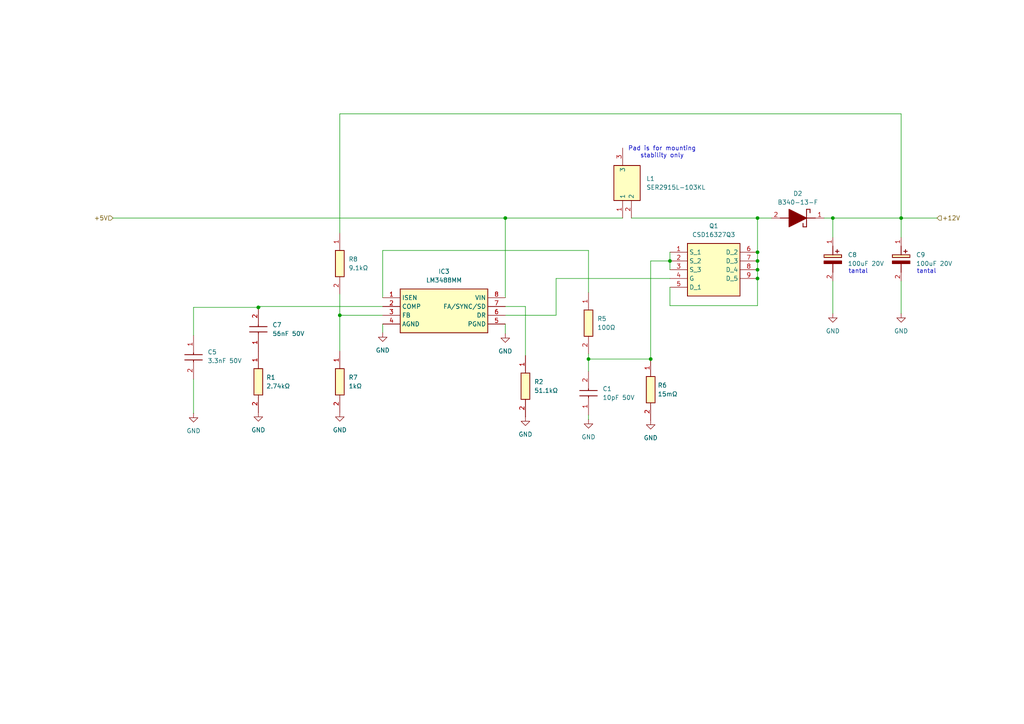
<source format=kicad_sch>
(kicad_sch (version 20231120) (generator "eeschema") (generator_version "8.0")
  (paper "A4")
  (lib_symbols
    (symbol "SamacSys_Parts:293D107X9020D2TE3" (pin_names hide)
      (property "Reference" "C" (at 8.89 6.35 0))
      (property "Value" "293D107X9020D2TE3" (at 8.89 3.81 0))
      (symbol "293D107X9020D2TE3_1_1"
        (polyline (pts (xy 2.54 0) (xy 5.08 0)) (stroke (width 0.254)))
        (polyline (pts (xy 4.064 1.778) (xy 4.064 0.762)) (stroke (width 0.254)))
        (polyline (pts (xy 4.572 1.27) (xy 3.556 1.27)) (stroke (width 0.254)))
        (polyline (pts (xy 7.62 0) (xy 10.16 0)) (stroke (width 0.254)))
        (polyline (pts (xy 7.62 2.54) (xy 7.62 -2.54) (xy 6.858 -2.54) (xy 6.858 2.54) (xy 7.62 2.54)) (stroke (width 0.254)) (fill (type outline)))
        (rectangle (start 5.08 2.54) (end 5.842 -2.54) (stroke (width 0.254)) (fill (type background)))
        (pin passive line (at 0 0 0) (length 2.54) (name "+") (number "1"))
        (pin passive line (at 12.7 0 180) (length 2.54) (name "-") (number "2"))
      )
    )
    (symbol "SamacSys_Parts:B340-13-F" (pin_names hide)
      (property "Reference" "D" (at 12.7 8.89 0))
      (property "Value" "B340-13-F" (at 12.7 6.35 0))
      (symbol "B340-13-F_1_1"
        (polyline (pts (xy 5.08 0) (xy 7.62 0)) (stroke (width 0.254)))
        (polyline (pts (xy 6.604 -1.524) (xy 6.604 -2.54)) (stroke (width 0.254)))
        (polyline (pts (xy 7.62 -2.54) (xy 6.604 -2.54)) (stroke (width 0.254)))
        (polyline (pts (xy 7.62 2.54) (xy 7.62 -2.54)) (stroke (width 0.254)))
        (polyline (pts (xy 7.62 2.54) (xy 8.636 2.54)) (stroke (width 0.254)))
        (polyline (pts (xy 8.636 1.524) (xy 8.636 2.54)) (stroke (width 0.254)))
        (polyline (pts (xy 12.7 0) (xy 15.24 0)) (stroke (width 0.254)))
        (polyline (pts (xy 7.62 0) (xy 12.7 2.54) (xy 12.7 -2.54) (xy 7.62 0)) (stroke (width 0.254)) (fill (type outline)))
        (pin passive line (at 2.54 0 0) (length 2.54) (name "K") (number "1"))
        (pin passive line (at 17.78 0 180) (length 2.54) (name "A") (number "2"))
      )
    )
    (symbol "SamacSys_Parts:C0805C332K5RACTU" (pin_names hide)
      (property "Reference" "C" (at 8.89 6.35 0))
      (property "Value" "C0805C332K5RACTU" (at 8.89 3.81 0))
      (symbol "C0805C332K5RACTU_1_1"
        (polyline (pts (xy 5.08 0) (xy 5.588 0)) (stroke (width 0.254)))
        (polyline (pts (xy 5.588 2.54) (xy 5.588 -2.54)) (stroke (width 0.254)))
        (polyline (pts (xy 7.112 0) (xy 7.62 0)) (stroke (width 0.254)))
        (polyline (pts (xy 7.112 2.54) (xy 7.112 -2.54)) (stroke (width 0.254)))
        (pin passive line (at 0 0 0) (length 5.08) (name "1") (number "1"))
        (pin passive line (at 12.7 0 180) (length 5.08) (name "2") (number "2"))
      )
    )
    (symbol "SamacSys_Parts:CRCW04022K74FKED" (pin_names hide)
      (property "Reference" "R" (at 13.97 6.35 0))
      (property "Value" "CRCW04022K74FKED" (at 13.97 3.81 0))
      (symbol "CRCW04022K74FKED_1_1"
        (rectangle (start 5.08 1.27) (end 12.7 -1.27) (stroke (width 0.254)) (fill (type background)))
        (pin passive line (at 0 0 0) (length 5.08) (name "1") (number "1"))
        (pin passive line (at 17.78 0 180) (length 5.08) (name "2") (number "2"))
      )
    )
    (symbol "SamacSys_Parts:CSD16327Q3"
      (property "Reference" "Q" (at 21.59 7.62 0))
      (property "Value" "CSD16327Q3" (at 21.59 5.08 0))
      (symbol "CSD16327Q3_1_1"
        (rectangle (start 5.08 2.54) (end 20.32 -12.7) (stroke (width 0.254)) (fill (type background)))
        (pin passive line (at 0 0 0) (length 5.08) (name "S_1") (number "1"))
        (pin passive line (at 0 -2.54 0) (length 5.08) (name "S_2") (number "2"))
        (pin passive line (at 0 -5.08 0) (length 5.08) (name "S_3") (number "3"))
        (pin passive line (at 0 -7.62 0) (length 5.08) (name "G") (number "4"))
        (pin passive line (at 0 -10.16 0) (length 5.08) (name "D_1") (number "5"))
        (pin passive line (at 25.4 0 180) (length 5.08) (name "D_2") (number "6"))
        (pin passive line (at 25.4 -2.54 180) (length 5.08) (name "D_3") (number "7"))
        (pin passive line (at 25.4 -5.08 180) (length 5.08) (name "D_4") (number "8"))
        (pin passive line (at 25.4 -7.62 180) (length 5.08) (name "D_5") (number "9"))
      )
    )
    (symbol "SamacSys_Parts:CSR1206FK15L0" (pin_names hide)
      (property "Reference" "R" (at 13.97 6.35 0))
      (property "Value" "CSR1206FK15L0" (at 13.97 3.81 0))
      (symbol "CSR1206FK15L0_1_1"
        (rectangle (start 5.08 1.27) (end 12.7 -1.27) (stroke (width 0.254)) (fill (type background)))
        (pin passive line (at 0 0 0) (length 5.08) (name "1") (number "1"))
        (pin passive line (at 17.78 0 180) (length 5.08) (name "2") (number "2"))
      )
    )
    (symbol "SamacSys_Parts:GRM033R71E101KA01J" (pin_names hide)
      (property "Reference" "C" (at 8.89 6.35 0))
      (property "Value" "GRM033R71E101KA01J" (at 8.89 3.81 0))
      (symbol "GRM033R71E101KA01J_1_1"
        (polyline (pts (xy 5.08 0) (xy 5.588 0)) (stroke (width 0.254)))
        (polyline (pts (xy 5.588 2.54) (xy 5.588 -2.54)) (stroke (width 0.254)))
        (polyline (pts (xy 7.112 0) (xy 7.62 0)) (stroke (width 0.254)))
        (polyline (pts (xy 7.112 2.54) (xy 7.112 -2.54)) (stroke (width 0.254)))
        (pin passive line (at 0 0 0) (length 5.08) (name "1") (number "1"))
        (pin passive line (at 12.7 0 180) (length 5.08) (name "2") (number "2"))
      )
    )
    (symbol "SamacSys_Parts:LM3488MM"
      (property "Reference" "IC" (at 31.75 7.62 0))
      (property "Value" "LM3488MM" (at 31.75 5.08 0))
      (symbol "LM3488MM_1_1"
        (rectangle (start 5.08 2.54) (end 30.48 -10.16) (stroke (width 0.254)) (fill (type background)))
        (pin passive line (at 0 0 0) (length 5.08) (name "ISEN") (number "1"))
        (pin passive line (at 0 -2.54 0) (length 5.08) (name "COMP") (number "2"))
        (pin passive line (at 0 -5.08 0) (length 5.08) (name "FB") (number "3"))
        (pin passive line (at 0 -7.62 0) (length 5.08) (name "AGND") (number "4"))
        (pin passive line (at 35.56 -7.62 180) (length 5.08) (name "PGND") (number "5"))
        (pin passive line (at 35.56 -5.08 180) (length 5.08) (name "DR") (number "6"))
        (pin passive line (at 35.56 -2.54 180) (length 5.08) (name "FA/SYNC/SD") (number "7"))
        (pin passive line (at 35.56 0 180) (length 5.08) (name "VIN") (number "8"))
      )
    )
    (symbol "SamacSys_Parts:SER2915L-103KL"
      (property "Reference" "L" (at 16.51 7.62 0))
      (property "Value" "SER2915L-103KL" (at 16.51 5.08 0))
      (symbol "SER2915L-103KL_1_1"
        (rectangle (start 5.08 2.54) (end 15.24 -5.08) (stroke (width 0.254)) (fill (type background)))
        (pin passive line (at 0 0 0) (length 5.08) (name "1") (number "1"))
        (pin passive line (at 0 -2.54 0) (length 5.08) (name "2") (number "2"))
        (pin passive line (at 20.32 0 180) (length 5.08) (name "3") (number "3"))
      )
    )
    (symbol "power:GND" (power) (pin_numbers hide) (pin_names (offset 0) hide)
      (property "Value" "GND" (at 0 -3.81 0))
      (symbol "GND_0_1"
        (polyline (pts (xy 0 0) (xy 0 -1.27) (xy 1.27 -1.27) (xy 0 -2.54) (xy -1.27 -1.27) (xy 0 -1.27)))
      )
      (symbol "GND_1_1"
        (pin power_in line (at 0 0 270) (length 0) (name "~") (number "1"))
      )
    )
  )
  (junction (at 219.71 78.232))
  (junction (at 194.31 75.692))
  (junction (at 261.366 63.246))
  (junction (at 98.552 91.44))
  (junction (at 219.71 63.246))
  (junction (at 219.71 80.772))
  (junction (at 146.558 63.246))
  (junction (at 219.71 75.692))
  (junction (at 74.93 89.154))
  (junction (at 219.71 73.152))
  (junction (at 241.554 63.246))
  (junction (at 188.722 104.14))
  (junction (at 170.688 104.14))
  (wire (pts (xy 180.594 63.246) (xy 146.558 63.246)))
  (wire (pts (xy 241.554 81.534) (xy 241.554 90.932)))
  (wire (pts (xy 261.366 68.834) (xy 261.366 63.246)))
  (wire (pts (xy 223.774 63.246) (xy 219.71 63.246)))
  (wire (pts (xy 170.688 104.14) (xy 188.722 104.14)))
  (wire (pts (xy 194.31 75.692) (xy 194.31 78.232)))
  (wire (pts (xy 261.366 81.534) (xy 261.366 90.932)))
  (wire (pts (xy 98.552 85.344) (xy 98.552 91.44)))
  (wire (pts (xy 75.438 89.154) (xy 75.438 88.9)))
  (wire (pts (xy 152.4 88.9) (xy 152.4 103.124)))
  (wire (pts (xy 75.184 88.9) (xy 74.93 88.9)))
  (wire (pts (xy 170.688 72.644) (xy 110.998 72.644)))
  (wire (pts (xy 170.688 104.14) (xy 170.688 102.616)))
  (wire (pts (xy 219.71 78.232) (xy 219.71 80.772)))
  (wire (pts (xy 194.31 73.152) (xy 194.31 75.692)))
  (wire (pts (xy 161.29 80.772) (xy 161.29 91.44)))
  (wire (pts (xy 110.998 91.44) (xy 98.552 91.44)))
  (wire (pts (xy 183.134 63.246) (xy 219.71 63.246)))
  (wire (pts (xy 110.998 93.98) (xy 110.998 96.52)))
  (wire (pts (xy 194.31 75.692) (xy 188.722 75.692)))
  (wire (pts (xy 56.134 89.154) (xy 56.134 97.282)))
  (wire (pts (xy 241.554 63.246) (xy 261.366 63.246)))
  (wire (pts (xy 219.71 73.152) (xy 219.71 75.692)))
  (wire (pts (xy 170.688 84.836) (xy 170.688 72.644)))
  (wire (pts (xy 146.558 91.44) (xy 161.29 91.44)))
  (wire (pts (xy 152.4 88.9) (xy 146.558 88.9)))
  (wire (pts (xy 146.558 63.246) (xy 146.558 86.36)))
  (wire (pts (xy 188.722 75.692) (xy 188.722 104.14)))
  (wire (pts (xy 98.552 33.02) (xy 98.552 67.564)))
  (wire (pts (xy 110.998 72.644) (xy 110.998 86.36)))
  (wire (pts (xy 194.31 88.646) (xy 219.71 88.646)))
  (wire (pts (xy 170.688 107.696) (xy 170.688 104.14)))
  (wire (pts (xy 241.554 68.834) (xy 241.554 63.246)))
  (wire (pts (xy 170.688 120.396) (xy 170.688 121.666)))
  (wire (pts (xy 261.366 63.246) (xy 271.78 63.246)))
  (wire (pts (xy 98.552 91.44) (xy 98.552 101.854)))
  (wire (pts (xy 75.184 88.9) (xy 75.184 89.154)))
  (wire (pts (xy 194.31 80.772) (xy 161.29 80.772)))
  (wire (pts (xy 146.558 93.98) (xy 146.558 96.774)))
  (wire (pts (xy 75.438 88.9) (xy 110.998 88.9)))
  (wire (pts (xy 75.184 89.154) (xy 75.438 89.154)))
  (wire (pts (xy 239.014 63.246) (xy 241.554 63.246)))
  (wire (pts (xy 56.134 109.982) (xy 56.134 119.888)))
  (wire (pts (xy 98.552 33.02) (xy 261.366 33.02)))
  (wire (pts (xy 219.71 88.646) (xy 219.71 80.772)))
  (wire (pts (xy 56.134 89.154) (xy 74.93 89.154)))
  (wire (pts (xy 32.766 63.246) (xy 146.558 63.246)))
  (wire (pts (xy 219.71 75.692) (xy 219.71 78.232)))
  (wire (pts (xy 261.366 33.02) (xy 261.366 63.246)))
  (wire (pts (xy 194.31 83.312) (xy 194.31 88.646)))
  (wire (pts (xy 219.71 63.246) (xy 219.71 73.152)))
  (wire (pts (xy 194.31 75.692) (xy 194.564 75.692)))
  (wire (pts (xy 74.93 88.9) (xy 74.93 89.154)))
  (text "tantal\n" (at 268.732 78.74 0) (effects (font (size 1.27 1.27))))
  (text "tantal\n" (at 248.92 78.74 0) (effects (font (size 1.27 1.27))))
  (text "Pad is for mounting\nstability only" (at 192.024 44.196 0) (effects (font (size 1.27 1.27))))
  (hierarchical_label "+12V" (shape input) (at 271.78 63.246 0))
  (hierarchical_label "+5V" (shape input) (at 32.766 63.246 180))
  (symbol (lib_id "SamacSys_Parts:CRCW04022K74FKED") (at 74.93 101.854 270) (unit 1)
    (property "Reference" "R1" (at 77.216 109.4739 90) (effects (justify left)))
    (property "Value" "2.74kΩ" (at 77.216 112.0139 90) (effects (justify left)))
    (property "Footprint" "RESC1005X40N" (effects (hide yes)))
    (property "Datasheet" "http://www.vishay.com/docs/20035/dcrcwe3.pdf" (effects (hide yes)))
    (property "Description" "CRCW0402 Resistor T/R 0.063W,1%,2K74 Vishay CRCW Series Thick Film Surface Mount Resistor 0402 Case 2.74k?? ??1% 0.063W ??100ppm/??C" (effects (hide yes)))
    (property "Height" "0.4" (effects (hide yes)))
    (property "Mouser Part Number" "71-CRCW0402-2.74K-E3" (effects (hide yes)))
    (property "Mouser Price/Stock" "https://www.mouser.co.uk/ProductDetail/Vishay-Dale/CRCW04022K74FKED?qs=hD42E%2F8yzjqhiq0MwGcz5A%3D%3D" (effects (hide yes)))
    (property "Manufacturer_Name" "Vishay" (effects (hide yes)))
    (property "Manufacturer_Part_Number" "CRCW04022K74FKED" (effects (hide yes)))
  )
  (symbol (lib_id "power:GND") (at 261.366 90.932 0) (unit 1)
    (property "Reference" "#PWR016" (effects (hide yes)))
    (property "Value" "GND" (at 261.366 96.012 0))
    (property "Description" "Power symbol creates a global label with name \"GND\" , ground" (effects (hide yes)))
  )
  (symbol (lib_id "SamacSys_Parts:CRCW04022K74FKED") (at 98.552 67.564 270) (unit 1)
    (property "Reference" "R8" (at 101.092 75.1839 90) (effects (justify left)))
    (property "Value" "9.1kΩ" (at 101.092 77.7239 90) (effects (justify left)))
    (property "Footprint" "RESC1005X40N" (effects (hide yes)))
    (property "Datasheet" "http://www.vishay.com/docs/20035/dcrcwe3.pdf" (effects (hide yes)))
    (property "Description" "CRCW0402 Resistor T/R 0.063W,1%,2K74 Vishay CRCW Series Thick Film Surface Mount Resistor 0402 Case 2.74k?? ??1% 0.063W ??100ppm/??C" (effects (hide yes)))
    (property "Height" "0.4" (effects (hide yes)))
    (property "Mouser Part Number" "71-CRCW0402-2.74K-E3" (effects (hide yes)))
    (property "Mouser Price/Stock" "https://www.mouser.co.uk/ProductDetail/Vishay-Dale/CRCW04022K74FKED?qs=hD42E%2F8yzjqhiq0MwGcz5A%3D%3D" (effects (hide yes)))
    (property "Manufacturer_Name" "Vishay" (effects (hide yes)))
    (property "Manufacturer_Part_Number" "CRCW04022K74FKED" (effects (hide yes)))
  )
  (symbol (lib_id "SamacSys_Parts:CSR1206FK15L0") (at 188.722 104.14 270) (unit 1)
    (property "Reference" "R6" (at 190.754 111.7599 90) (effects (justify left)))
    (property "Value" "15mΩ" (at 190.754 114.2999 90) (effects (justify left)))
    (property "Footprint" "RESC3016X65N" (effects (hide yes)))
    (property "Datasheet" "https://cs.seielect.com/catalog/SEI-CSR_CSRN.pdf" (effects (hide yes)))
    (property "Description" "RES CS, 1206, 0.015 ohm, 1%, 0.5W" (effects (hide yes)))
    (property "Height" "0.65" (effects (hide yes)))
    (property "Manufacturer_Name" "Stackpole Electronics, Inc." (effects (hide yes)))
    (property "Manufacturer_Part_Number" "CSR1206FK15L0" (effects (hide yes)))
  )
  (symbol (lib_id "SamacSys_Parts:GRM033R71E101KA01J") (at 170.688 120.396 90) (unit 1)
    (property "Reference" "C1" (at 174.752 112.7759 90) (effects (justify right)))
    (property "Value" "10pF 50V" (at 174.752 115.3159 90) (effects (justify right)))
    (property "Footprint" "GRM033D70J224ME01D" (effects (hide yes)))
    (property "Datasheet" "https://search.murata.co.jp/Ceramy/image/img/A01X/G101/ENG/GRM033R71E101KA01-01A.pdf" (effects (hide yes)))
    (property "Description" "Multilayer Ceramic Capacitors MLCC - SMD/SMT 100pF 25 volts 10%" (effects (hide yes)))
    (property "Height" "0.5" (effects (hide yes)))
    (property "Mouser Part Number" "81-GRM033R71E101KA1J" (effects (hide yes)))
    (property "Mouser Price/Stock" "https://www.mouser.co.uk/ProductDetail/Murata-Electronics/GRM033R71E101KA01J?qs=563MOeNa05Lmru4oTW10Jw%3D%3D" (effects (hide yes)))
    (property "Manufacturer_Name" "Murata Electronics" (effects (hide yes)))
    (property "Manufacturer_Part_Number" "GRM033R71E101KA01J" (effects (hide yes)))
  )
  (symbol (lib_id "power:GND") (at 188.722 121.92 0) (unit 1)
    (property "Reference" "#PWR03" (effects (hide yes)))
    (property "Value" "GND" (at 188.722 127 0))
    (property "Description" "Power symbol creates a global label with name \"GND\" , ground" (effects (hide yes)))
  )
  (symbol (lib_id "power:GND") (at 152.4 120.904 0) (unit 1)
    (property "Reference" "#PWR07" (effects (hide yes)))
    (property "Value" "GND" (at 152.4 125.984 0))
    (property "Description" "Power symbol creates a global label with name \"GND\" , ground" (effects (hide yes)))
  )
  (symbol (lib_id "power:GND") (at 98.552 119.634 0) (unit 1)
    (property "Reference" "#PWR017" (effects (hide yes)))
    (property "Value" "GND" (at 98.552 124.714 0))
    (property "Description" "Power symbol creates a global label with name \"GND\" , ground" (effects (hide yes)))
  )
  (symbol (lib_id "power:GND") (at 170.688 121.666 0) (unit 1)
    (property "Reference" "#PWR08" (effects (hide yes)))
    (property "Value" "GND" (at 170.688 126.746 0))
    (property "Description" "Power symbol creates a global label with name \"GND\" , ground" (effects (hide yes)))
  )
  (symbol (lib_id "SamacSys_Parts:GRM033R71E101KA01J") (at 74.93 101.854 90) (unit 1)
    (property "Reference" "C7" (at 78.994 94.2339 90) (effects (justify right)))
    (property "Value" "56nF 50V" (at 78.994 96.7739 90) (effects (justify right)))
    (property "Footprint" "GRM033D70J224ME01D" (effects (hide yes)))
    (property "Datasheet" "https://search.murata.co.jp/Ceramy/image/img/A01X/G101/ENG/GRM033R71E101KA01-01A.pdf" (effects (hide yes)))
    (property "Description" "Multilayer Ceramic Capacitors MLCC - SMD/SMT 100pF 25 volts 10%" (effects (hide yes)))
    (property "Height" "0.5" (effects (hide yes)))
    (property "Mouser Part Number" "81-GRM033R71E101KA1J" (effects (hide yes)))
    (property "Mouser Price/Stock" "https://www.mouser.co.uk/ProductDetail/Murata-Electronics/GRM033R71E101KA01J?qs=563MOeNa05Lmru4oTW10Jw%3D%3D" (effects (hide yes)))
    (property "Manufacturer_Name" "Murata Electronics" (effects (hide yes)))
    (property "Manufacturer_Part_Number" "GRM033R71E101KA01J" (effects (hide yes)))
  )
  (symbol (lib_id "SamacSys_Parts:CSD16327Q3") (at 194.31 73.152 0) (unit 1)
    (property "Reference" "Q1" (at 207.01 65.532 0))
    (property "Value" "CSD16327Q3" (at 207.01 68.072 0))
    (property "Footprint" "CSD16327Q3" (effects (hide yes)))
    (property "Description" "MOSFET N-Channel NexFET Pwr MOSFET" (effects (hide yes)))
    (property "Height" "1.1" (effects (hide yes)))
    (property "Mouser Part Number" "595-CSD16327Q3" (effects (hide yes)))
    (property "Mouser Price/Stock" "https://www.mouser.co.uk/ProductDetail/Texas-Instruments/CSD16327Q3?qs=3jfYfyvUSwCG33cNK3hedw%3D%3D" (effects (hide yes)))
    (property "Manufacturer_Name" "Texas Instruments" (effects (hide yes)))
    (property "Manufacturer_Part_Number" "CSD16327Q3" (effects (hide yes)))
  )
  (symbol (lib_id "SamacSys_Parts:CRCW04022K74FKED") (at 170.688 84.836 270) (unit 1)
    (property "Reference" "R5" (at 173.228 92.4559 90) (effects (justify left)))
    (property "Value" "100Ω" (at 173.228 94.9959 90) (effects (justify left)))
    (property "Footprint" "RESC1005X40N" (effects (hide yes)))
    (property "Datasheet" "http://www.vishay.com/docs/20035/dcrcwe3.pdf" (effects (hide yes)))
    (property "Description" "CRCW0402 Resistor T/R 0.063W,1%,2K74 Vishay CRCW Series Thick Film Surface Mount Resistor 0402 Case 2.74k?? ??1% 0.063W ??100ppm/??C" (effects (hide yes)))
    (property "Height" "0.4" (effects (hide yes)))
    (property "Mouser Part Number" "71-CRCW0402-2.74K-E3" (effects (hide yes)))
    (property "Mouser Price/Stock" "https://www.mouser.co.uk/ProductDetail/Vishay-Dale/CRCW04022K74FKED?qs=hD42E%2F8yzjqhiq0MwGcz5A%3D%3D" (effects (hide yes)))
    (property "Manufacturer_Name" "Vishay" (effects (hide yes)))
    (property "Manufacturer_Part_Number" "CRCW04022K74FKED" (effects (hide yes)))
  )
  (symbol (lib_id "SamacSys_Parts:B340-13-F") (at 241.554 63.246 180) (unit 1)
    (property "Reference" "D2" (at 231.394 56.134 0))
    (property "Value" "B340-13-F" (at 231.394 58.674 0))
    (property "Footprint" "DIOM7959X250N" (effects (hide yes)))
    (property "Datasheet" "https://componentsearchengine.com/Datasheets/2/B340-13-F.pdf" (effects (hide yes)))
    (property "Description" "DIODES INC. - B340-13-F - DIODE, SCHOTTKY, 40V, 3A, SMC" (effects (hide yes)))
    (property "Height" "2.5" (effects (hide yes)))
    (property "Mouser Part Number" "621-B340-F" (effects (hide yes)))
    (property "Mouser Price/Stock" "https://www.mouser.co.uk/ProductDetail/Diodes-Incorporated/B340-13-F?qs=57J%2Fi%2Ffh8O48%252BD%252BAaSEviw%3D%3D" (effects (hide yes)))
    (property "Manufacturer_Name" "Diodes Incorporated" (effects (hide yes)))
    (property "Manufacturer_Part_Number" "B340-13-F" (effects (hide yes)))
  )
  (symbol (lib_id "SamacSys_Parts:C0805C332K5RACTU") (at 56.134 97.282 270) (unit 1)
    (property "Reference" "C5" (at 60.198 102.1079 90) (effects (justify left)))
    (property "Value" "3.3nF 50V" (at 60.198 104.6479 90) (effects (justify left)))
    (property "Footprint" "C0805" (effects (hide yes)))
    (property "Datasheet" "https://content.kemet.com/datasheets/KEM_C1002_X7R_SMD.pdf" (effects (hide yes)))
    (property "Description" "SMD Comm X7R, Ceramic, 3300 pF, 10%, 50 VDC, 125 VDC, 125C, -55C, X7R, SMD, MLCC, Temperature Stable, Class II, 2.5 % , 100 GOhms, 11 mg, 0805, 2mm, 1.25mm, 0.78mm, 0.75mm, 0.5mm, 4000, 78  Weeks, 80" (effects (hide yes)))
    (property "Height" "1.1" (effects (hide yes)))
    (property "Mouser Part Number" "80-C0805C332K5R" (effects (hide yes)))
    (property "Mouser Price/Stock" "https://www.mouser.co.uk/ProductDetail/KEMET/C0805C332K5RACTU?qs=9Ckr3kBGebPEiNRdyCmHqQ%3D%3D" (effects (hide yes)))
    (property "Manufacturer_Name" "KEMET" (effects (hide yes)))
    (property "Manufacturer_Part_Number" "C0805C332K5RACTU" (effects (hide yes)))
  )
  (symbol (lib_id "power:GND") (at 110.998 96.52 0) (unit 1)
    (property "Reference" "#PWR01" (effects (hide yes)))
    (property "Value" "GND" (at 110.998 101.6 0))
    (property "Description" "Power symbol creates a global label with name \"GND\" , ground" (effects (hide yes)))
  )
  (symbol (lib_id "SamacSys_Parts:CRCW04022K74FKED") (at 152.4 103.124 270) (unit 1)
    (property "Reference" "R2" (at 154.94 110.7439 90) (effects (justify left)))
    (property "Value" "51.1kΩ" (at 154.94 113.2839 90) (effects (justify left)))
    (property "Footprint" "RESC1005X40N" (effects (hide yes)))
    (property "Datasheet" "http://www.vishay.com/docs/20035/dcrcwe3.pdf" (effects (hide yes)))
    (property "Description" "CRCW0402 Resistor T/R 0.063W,1%,2K74 Vishay CRCW Series Thick Film Surface Mount Resistor 0402 Case 2.74k?? ??1% 0.063W ??100ppm/??C" (effects (hide yes)))
    (property "Height" "0.4" (effects (hide yes)))
    (property "Mouser Part Number" "71-CRCW0402-2.74K-E3" (effects (hide yes)))
    (property "Mouser Price/Stock" "https://www.mouser.co.uk/ProductDetail/Vishay-Dale/CRCW04022K74FKED?qs=hD42E%2F8yzjqhiq0MwGcz5A%3D%3D" (effects (hide yes)))
    (property "Manufacturer_Name" "Vishay" (effects (hide yes)))
    (property "Manufacturer_Part_Number" "CRCW04022K74FKED" (effects (hide yes)))
  )
  (symbol (lib_id "power:GND") (at 241.554 90.932 0) (unit 1)
    (property "Reference" "#PWR09" (effects (hide yes)))
    (property "Value" "GND" (at 241.554 96.012 0))
    (property "Description" "Power symbol creates a global label with name \"GND\" , ground" (effects (hide yes)))
  )
  (symbol (lib_id "power:GND") (at 56.134 119.888 0) (unit 1)
    (property "Reference" "#PWR06" (effects (hide yes)))
    (property "Value" "GND" (at 56.134 124.968 0))
    (property "Description" "Power symbol creates a global label with name \"GND\" , ground" (effects (hide yes)))
  )
  (symbol (lib_id "SamacSys_Parts:293D107X9020D2TE3") (at 241.554 68.834 270) (unit 1)
    (property "Reference" "C8" (at 245.872 73.9139 90) (effects (justify left)))
    (property "Value" "100uF 20V" (at 245.872 76.4539 90) (effects (justify left)))
    (property "Footprint" "CAPPM7343X310N" (effects (hide yes)))
    (property "Datasheet" "https://componentsearchengine.com/Datasheets/1/293D107X9020D2TE3.pdf" (effects (hide yes)))
    (property "Description" "Solid Tantalum Surface Mount Chip Capacitors TANTAMOUNT(TM), Molded Case, Standard Industrial Grade" (effects (hide yes)))
    (property "Height" "3.1" (effects (hide yes)))
    (property "Mouser Part Number" "74-293D107X9020D2TE3" (effects (hide yes)))
    (property "Mouser Price/Stock" "https://www.mouser.com/Search/Refine.aspx?Keyword=74-293D107X9020D2TE3" (effects (hide yes)))
    (property "Manufacturer_Name" "Vishay" (effects (hide yes)))
    (property "Manufacturer_Part_Number" "293D107X9020D2TE3" (effects (hide yes)))
  )
  (symbol (lib_id "SamacSys_Parts:CRCW04022K74FKED") (at 98.552 101.854 270) (unit 1)
    (property "Reference" "R7" (at 101.092 109.4739 90) (effects (justify left)))
    (property "Value" "1kΩ" (at 101.092 112.0139 90) (effects (justify left)))
    (property "Footprint" "RESC1005X40N" (effects (hide yes)))
    (property "Datasheet" "http://www.vishay.com/docs/20035/dcrcwe3.pdf" (effects (hide yes)))
    (property "Description" "CRCW0402 Resistor T/R 0.063W,1%,2K74 Vishay CRCW Series Thick Film Surface Mount Resistor 0402 Case 2.74k?? ??1% 0.063W ??100ppm/??C" (effects (hide yes)))
    (property "Height" "0.4" (effects (hide yes)))
    (property "Mouser Part Number" "71-CRCW0402-2.74K-E3" (effects (hide yes)))
    (property "Mouser Price/Stock" "https://www.mouser.co.uk/ProductDetail/Vishay-Dale/CRCW04022K74FKED?qs=hD42E%2F8yzjqhiq0MwGcz5A%3D%3D" (effects (hide yes)))
    (property "Manufacturer_Name" "Vishay" (effects (hide yes)))
    (property "Manufacturer_Part_Number" "CRCW04022K74FKED" (effects (hide yes)))
  )
  (symbol (lib_id "power:GND") (at 74.93 119.634 0) (unit 1)
    (property "Reference" "#PWR05" (effects (hide yes)))
    (property "Value" "GND" (at 74.93 124.714 0))
    (property "Description" "Power symbol creates a global label with name \"GND\" , ground" (effects (hide yes)))
  )
  (symbol (lib_id "power:GND") (at 146.558 96.774 0) (unit 1)
    (property "Reference" "#PWR02" (effects (hide yes)))
    (property "Value" "GND" (at 146.558 101.854 0))
    (property "Description" "Power symbol creates a global label with name \"GND\" , ground" (effects (hide yes)))
  )
  (symbol (lib_id "SamacSys_Parts:SER2915L-103KL") (at 180.594 63.246 90) (unit 1)
    (property "Reference" "L1" (at 187.452 51.8159 90) (effects (justify right)))
    (property "Value" "SER2915L-103KL" (at 187.452 54.3559 90) (effects (justify right)))
    (property "Footprint" "SER2918H333KL" (effects (hide yes)))
    (property "Datasheet" "https://www.coilcraft.com/pdfs/ser2900.pdf" (effects (hide yes)))
    (property "Description" "COILCRAFT - SER2915L-103KL - INDUCTOR, PWR, 10UH, 30A, 0.1, 20MHZ" (effects (hide yes)))
    (property "Height" "17" (effects (hide yes)))
    (property "Mouser Part Number" "994-SER2915L-103KL" (effects (hide yes)))
    (property "Mouser Price/Stock" "https://www.mouser.co.uk/ProductDetail/Coilcraft/SER2915L-103KL?qs=zCSbvcPd3pbLYY8EN1ru2A%3D%3D" (effects (hide yes)))
    (property "Manufacturer_Name" "COILCRAFT" (effects (hide yes)))
    (property "Manufacturer_Part_Number" "SER2915L-103KL" (effects (hide yes)))
  )
  (symbol (lib_id "SamacSys_Parts:LM3488MM") (at 110.998 86.36 0) (unit 1)
    (property "Reference" "IC3" (at 128.778 78.74 0))
    (property "Value" "LM3488MM" (at 128.778 81.28 0))
    (property "Footprint" "SOP65P490X110-8N" (effects (hide yes)))
    (property "Datasheet" "http://www.ti.com/lit/ds/symlink/lm3488.pdf" (effects (hide yes)))
    (property "Description" "2.97V to 40V Wide Vin Low-Side N-Channel Controller for Switching Regulators" (effects (hide yes)))
    (property "Height" "1.1" (effects (hide yes)))
    (property "Mouser Part Number" "926-LM3488MM" (effects (hide yes)))
    (property "Mouser Price/Stock" "https://www.mouser.co.uk/ProductDetail/Texas-Instruments/LM3488MM?qs=X1J7HmVL2ZF99wiIrTysxw%3D%3D" (effects (hide yes)))
    (property "Manufacturer_Name" "Texas Instruments" (effects (hide yes)))
    (property "Manufacturer_Part_Number" "LM3488MM" (effects (hide yes)))
  )
  (symbol (lib_id "SamacSys_Parts:293D107X9020D2TE3") (at 261.366 68.834 270) (unit 1)
    (property "Reference" "C9" (at 265.684 73.9139 90) (effects (justify left)))
    (property "Value" "100uF 20V" (at 265.684 76.4539 90) (effects (justify left)))
    (property "Footprint" "CAPPM7343X310N" (effects (hide yes)))
    (property "Datasheet" "https://componentsearchengine.com/Datasheets/1/293D107X9020D2TE3.pdf" (effects (hide yes)))
    (property "Description" "Solid Tantalum Surface Mount Chip Capacitors TANTAMOUNT(TM), Molded Case, Standard Industrial Grade" (effects (hide yes)))
    (property "Height" "3.1" (effects (hide yes)))
    (property "Mouser Part Number" "74-293D107X9020D2TE3" (effects (hide yes)))
    (property "Mouser Price/Stock" "https://www.mouser.com/Search/Refine.aspx?Keyword=74-293D107X9020D2TE3" (effects (hide yes)))
    (property "Manufacturer_Name" "Vishay" (effects (hide yes)))
    (property "Manufacturer_Part_Number" "293D107X9020D2TE3" (effects (hide yes)))
  )
)
</source>
